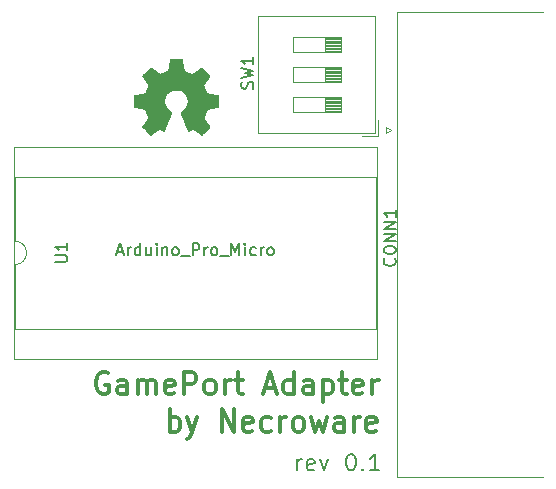
<source format=gbr>
%TF.GenerationSoftware,KiCad,Pcbnew,5.1.8*%
%TF.CreationDate,2021-01-07T17:22:46+01:00*%
%TF.ProjectId,gameport-adapter,67616d65-706f-4727-942d-616461707465,0.1*%
%TF.SameCoordinates,Original*%
%TF.FileFunction,Legend,Top*%
%TF.FilePolarity,Positive*%
%FSLAX46Y46*%
G04 Gerber Fmt 4.6, Leading zero omitted, Abs format (unit mm)*
G04 Created by KiCad (PCBNEW 5.1.8) date 2021-01-07 17:22:46*
%MOMM*%
%LPD*%
G01*
G04 APERTURE LIST*
%ADD10C,0.200000*%
%ADD11C,0.300000*%
%ADD12C,0.010000*%
%ADD13C,0.120000*%
%ADD14C,0.150000*%
G04 APERTURE END LIST*
D10*
X101341666Y-107313333D02*
X101341666Y-106380000D01*
X101341666Y-106646666D02*
X101408333Y-106513333D01*
X101475000Y-106446666D01*
X101608333Y-106380000D01*
X101741666Y-106380000D01*
X102741666Y-107246666D02*
X102608333Y-107313333D01*
X102341666Y-107313333D01*
X102208333Y-107246666D01*
X102141666Y-107113333D01*
X102141666Y-106580000D01*
X102208333Y-106446666D01*
X102341666Y-106380000D01*
X102608333Y-106380000D01*
X102741666Y-106446666D01*
X102808333Y-106580000D01*
X102808333Y-106713333D01*
X102141666Y-106846666D01*
X103275000Y-106380000D02*
X103608333Y-107313333D01*
X103941666Y-106380000D01*
X105808333Y-105913333D02*
X105941666Y-105913333D01*
X106075000Y-105980000D01*
X106141666Y-106046666D01*
X106208333Y-106180000D01*
X106275000Y-106446666D01*
X106275000Y-106780000D01*
X106208333Y-107046666D01*
X106141666Y-107180000D01*
X106075000Y-107246666D01*
X105941666Y-107313333D01*
X105808333Y-107313333D01*
X105675000Y-107246666D01*
X105608333Y-107180000D01*
X105541666Y-107046666D01*
X105475000Y-106780000D01*
X105475000Y-106446666D01*
X105541666Y-106180000D01*
X105608333Y-106046666D01*
X105675000Y-105980000D01*
X105808333Y-105913333D01*
X106875000Y-107180000D02*
X106941666Y-107246666D01*
X106875000Y-107313333D01*
X106808333Y-107246666D01*
X106875000Y-107180000D01*
X106875000Y-107313333D01*
X108275000Y-107313333D02*
X107475000Y-107313333D01*
X107875000Y-107313333D02*
X107875000Y-105913333D01*
X107741666Y-106113333D01*
X107608333Y-106246666D01*
X107475000Y-106313333D01*
D11*
X85332857Y-99075000D02*
X85161428Y-98984523D01*
X84904285Y-98984523D01*
X84647142Y-99075000D01*
X84475714Y-99255952D01*
X84390000Y-99436904D01*
X84304285Y-99798809D01*
X84304285Y-100070238D01*
X84390000Y-100432142D01*
X84475714Y-100613095D01*
X84647142Y-100794047D01*
X84904285Y-100884523D01*
X85075714Y-100884523D01*
X85332857Y-100794047D01*
X85418571Y-100703571D01*
X85418571Y-100070238D01*
X85075714Y-100070238D01*
X86961428Y-100884523D02*
X86961428Y-99889285D01*
X86875714Y-99708333D01*
X86704285Y-99617857D01*
X86361428Y-99617857D01*
X86190000Y-99708333D01*
X86961428Y-100794047D02*
X86790000Y-100884523D01*
X86361428Y-100884523D01*
X86190000Y-100794047D01*
X86104285Y-100613095D01*
X86104285Y-100432142D01*
X86190000Y-100251190D01*
X86361428Y-100160714D01*
X86790000Y-100160714D01*
X86961428Y-100070238D01*
X87818571Y-100884523D02*
X87818571Y-99617857D01*
X87818571Y-99798809D02*
X87904285Y-99708333D01*
X88075714Y-99617857D01*
X88332857Y-99617857D01*
X88504285Y-99708333D01*
X88590000Y-99889285D01*
X88590000Y-100884523D01*
X88590000Y-99889285D02*
X88675714Y-99708333D01*
X88847142Y-99617857D01*
X89104285Y-99617857D01*
X89275714Y-99708333D01*
X89361428Y-99889285D01*
X89361428Y-100884523D01*
X90904285Y-100794047D02*
X90732857Y-100884523D01*
X90390000Y-100884523D01*
X90218571Y-100794047D01*
X90132857Y-100613095D01*
X90132857Y-99889285D01*
X90218571Y-99708333D01*
X90390000Y-99617857D01*
X90732857Y-99617857D01*
X90904285Y-99708333D01*
X90990000Y-99889285D01*
X90990000Y-100070238D01*
X90132857Y-100251190D01*
X91761428Y-100884523D02*
X91761428Y-98984523D01*
X92447142Y-98984523D01*
X92618571Y-99075000D01*
X92704285Y-99165476D01*
X92790000Y-99346428D01*
X92790000Y-99617857D01*
X92704285Y-99798809D01*
X92618571Y-99889285D01*
X92447142Y-99979761D01*
X91761428Y-99979761D01*
X93818571Y-100884523D02*
X93647142Y-100794047D01*
X93561428Y-100703571D01*
X93475714Y-100522619D01*
X93475714Y-99979761D01*
X93561428Y-99798809D01*
X93647142Y-99708333D01*
X93818571Y-99617857D01*
X94075714Y-99617857D01*
X94247142Y-99708333D01*
X94332857Y-99798809D01*
X94418571Y-99979761D01*
X94418571Y-100522619D01*
X94332857Y-100703571D01*
X94247142Y-100794047D01*
X94075714Y-100884523D01*
X93818571Y-100884523D01*
X95190000Y-100884523D02*
X95190000Y-99617857D01*
X95190000Y-99979761D02*
X95275714Y-99798809D01*
X95361428Y-99708333D01*
X95532857Y-99617857D01*
X95704285Y-99617857D01*
X96047142Y-99617857D02*
X96732857Y-99617857D01*
X96304285Y-98984523D02*
X96304285Y-100613095D01*
X96390000Y-100794047D01*
X96561428Y-100884523D01*
X96732857Y-100884523D01*
X98618571Y-100341666D02*
X99475714Y-100341666D01*
X98447142Y-100884523D02*
X99047142Y-98984523D01*
X99647142Y-100884523D01*
X101018571Y-100884523D02*
X101018571Y-98984523D01*
X101018571Y-100794047D02*
X100847142Y-100884523D01*
X100504285Y-100884523D01*
X100332857Y-100794047D01*
X100247142Y-100703571D01*
X100161428Y-100522619D01*
X100161428Y-99979761D01*
X100247142Y-99798809D01*
X100332857Y-99708333D01*
X100504285Y-99617857D01*
X100847142Y-99617857D01*
X101018571Y-99708333D01*
X102647142Y-100884523D02*
X102647142Y-99889285D01*
X102561428Y-99708333D01*
X102390000Y-99617857D01*
X102047142Y-99617857D01*
X101875714Y-99708333D01*
X102647142Y-100794047D02*
X102475714Y-100884523D01*
X102047142Y-100884523D01*
X101875714Y-100794047D01*
X101790000Y-100613095D01*
X101790000Y-100432142D01*
X101875714Y-100251190D01*
X102047142Y-100160714D01*
X102475714Y-100160714D01*
X102647142Y-100070238D01*
X103504285Y-99617857D02*
X103504285Y-101517857D01*
X103504285Y-99708333D02*
X103675714Y-99617857D01*
X104018571Y-99617857D01*
X104190000Y-99708333D01*
X104275714Y-99798809D01*
X104361428Y-99979761D01*
X104361428Y-100522619D01*
X104275714Y-100703571D01*
X104190000Y-100794047D01*
X104018571Y-100884523D01*
X103675714Y-100884523D01*
X103504285Y-100794047D01*
X104875714Y-99617857D02*
X105561428Y-99617857D01*
X105132857Y-98984523D02*
X105132857Y-100613095D01*
X105218571Y-100794047D01*
X105390000Y-100884523D01*
X105561428Y-100884523D01*
X106847142Y-100794047D02*
X106675714Y-100884523D01*
X106332857Y-100884523D01*
X106161428Y-100794047D01*
X106075714Y-100613095D01*
X106075714Y-99889285D01*
X106161428Y-99708333D01*
X106332857Y-99617857D01*
X106675714Y-99617857D01*
X106847142Y-99708333D01*
X106932857Y-99889285D01*
X106932857Y-100070238D01*
X106075714Y-100251190D01*
X107704285Y-100884523D02*
X107704285Y-99617857D01*
X107704285Y-99979761D02*
X107790000Y-99798809D01*
X107875714Y-99708333D01*
X108047142Y-99617857D01*
X108218571Y-99617857D01*
X90561428Y-104034523D02*
X90561428Y-102134523D01*
X90561428Y-102858333D02*
X90732857Y-102767857D01*
X91075714Y-102767857D01*
X91247142Y-102858333D01*
X91332857Y-102948809D01*
X91418571Y-103129761D01*
X91418571Y-103672619D01*
X91332857Y-103853571D01*
X91247142Y-103944047D01*
X91075714Y-104034523D01*
X90732857Y-104034523D01*
X90561428Y-103944047D01*
X92018571Y-102767857D02*
X92447142Y-104034523D01*
X92875714Y-102767857D02*
X92447142Y-104034523D01*
X92275714Y-104486904D01*
X92190000Y-104577380D01*
X92018571Y-104667857D01*
X94932857Y-104034523D02*
X94932857Y-102134523D01*
X95961428Y-104034523D01*
X95961428Y-102134523D01*
X97504285Y-103944047D02*
X97332857Y-104034523D01*
X96990000Y-104034523D01*
X96818571Y-103944047D01*
X96732857Y-103763095D01*
X96732857Y-103039285D01*
X96818571Y-102858333D01*
X96990000Y-102767857D01*
X97332857Y-102767857D01*
X97504285Y-102858333D01*
X97590000Y-103039285D01*
X97590000Y-103220238D01*
X96732857Y-103401190D01*
X99132857Y-103944047D02*
X98961428Y-104034523D01*
X98618571Y-104034523D01*
X98447142Y-103944047D01*
X98361428Y-103853571D01*
X98275714Y-103672619D01*
X98275714Y-103129761D01*
X98361428Y-102948809D01*
X98447142Y-102858333D01*
X98618571Y-102767857D01*
X98961428Y-102767857D01*
X99132857Y-102858333D01*
X99904285Y-104034523D02*
X99904285Y-102767857D01*
X99904285Y-103129761D02*
X99990000Y-102948809D01*
X100075714Y-102858333D01*
X100247142Y-102767857D01*
X100418571Y-102767857D01*
X101275714Y-104034523D02*
X101104285Y-103944047D01*
X101018571Y-103853571D01*
X100932857Y-103672619D01*
X100932857Y-103129761D01*
X101018571Y-102948809D01*
X101104285Y-102858333D01*
X101275714Y-102767857D01*
X101532857Y-102767857D01*
X101704285Y-102858333D01*
X101790000Y-102948809D01*
X101875714Y-103129761D01*
X101875714Y-103672619D01*
X101790000Y-103853571D01*
X101704285Y-103944047D01*
X101532857Y-104034523D01*
X101275714Y-104034523D01*
X102475714Y-102767857D02*
X102818571Y-104034523D01*
X103161428Y-103129761D01*
X103504285Y-104034523D01*
X103847142Y-102767857D01*
X105304285Y-104034523D02*
X105304285Y-103039285D01*
X105218571Y-102858333D01*
X105047142Y-102767857D01*
X104704285Y-102767857D01*
X104532857Y-102858333D01*
X105304285Y-103944047D02*
X105132857Y-104034523D01*
X104704285Y-104034523D01*
X104532857Y-103944047D01*
X104447142Y-103763095D01*
X104447142Y-103582142D01*
X104532857Y-103401190D01*
X104704285Y-103310714D01*
X105132857Y-103310714D01*
X105304285Y-103220238D01*
X106161428Y-104034523D02*
X106161428Y-102767857D01*
X106161428Y-103129761D02*
X106247142Y-102948809D01*
X106332857Y-102858333D01*
X106504285Y-102767857D01*
X106675714Y-102767857D01*
X107961428Y-103944047D02*
X107790000Y-104034523D01*
X107447142Y-104034523D01*
X107275714Y-103944047D01*
X107190000Y-103763095D01*
X107190000Y-103039285D01*
X107275714Y-102858333D01*
X107447142Y-102767857D01*
X107790000Y-102767857D01*
X107961428Y-102858333D01*
X108047142Y-103039285D01*
X108047142Y-103220238D01*
X107190000Y-103401190D01*
D12*
%TO.C,G\u002A\u002A\u002A*%
G36*
X91540926Y-72520809D02*
G01*
X91544025Y-72524316D01*
X91546915Y-72528772D01*
X91549784Y-72535002D01*
X91552818Y-72543833D01*
X91556202Y-72556090D01*
X91560124Y-72572601D01*
X91564768Y-72594190D01*
X91570323Y-72621684D01*
X91576972Y-72655909D01*
X91584904Y-72697691D01*
X91594303Y-72747856D01*
X91604760Y-72804020D01*
X91622320Y-72898514D01*
X91638117Y-72983531D01*
X91652255Y-73059581D01*
X91664837Y-73127174D01*
X91675968Y-73186819D01*
X91685754Y-73239025D01*
X91694297Y-73284304D01*
X91701703Y-73323164D01*
X91708075Y-73356115D01*
X91713519Y-73383668D01*
X91718139Y-73406331D01*
X91722039Y-73424614D01*
X91725323Y-73439028D01*
X91728096Y-73450081D01*
X91730463Y-73458285D01*
X91732527Y-73464148D01*
X91734393Y-73468180D01*
X91736166Y-73470891D01*
X91737949Y-73472790D01*
X91739848Y-73474389D01*
X91741967Y-73476195D01*
X91742534Y-73476730D01*
X91750474Y-73481761D01*
X91766905Y-73490061D01*
X91790855Y-73501233D01*
X91821348Y-73514880D01*
X91857410Y-73530604D01*
X91898068Y-73548007D01*
X91942347Y-73566692D01*
X91989273Y-73586262D01*
X92037871Y-73606318D01*
X92087168Y-73626464D01*
X92136189Y-73646302D01*
X92183961Y-73665433D01*
X92229508Y-73683462D01*
X92271857Y-73699990D01*
X92310033Y-73714619D01*
X92343062Y-73726953D01*
X92369971Y-73736593D01*
X92389785Y-73743142D01*
X92401529Y-73746203D01*
X92403339Y-73746381D01*
X92416758Y-73744972D01*
X92430652Y-73739965D01*
X92447871Y-73730150D01*
X92459219Y-73722654D01*
X92472317Y-73713725D01*
X92493048Y-73699553D01*
X92520672Y-73680649D01*
X92554445Y-73657521D01*
X92593625Y-73630678D01*
X92637470Y-73600629D01*
X92685237Y-73567881D01*
X92736186Y-73532946D01*
X92789573Y-73496330D01*
X92844656Y-73458543D01*
X92900693Y-73420094D01*
X92956943Y-73381492D01*
X93012661Y-73343245D01*
X93022768Y-73336307D01*
X93059332Y-73311248D01*
X93093628Y-73287829D01*
X93124671Y-73266714D01*
X93151477Y-73248571D01*
X93173061Y-73234065D01*
X93188438Y-73223862D01*
X93196624Y-73218628D01*
X93197293Y-73218246D01*
X93202109Y-73215744D01*
X93206743Y-73213923D01*
X93211654Y-73213191D01*
X93217303Y-73213951D01*
X93224150Y-73216611D01*
X93232654Y-73221575D01*
X93243276Y-73229250D01*
X93256476Y-73240042D01*
X93272713Y-73254355D01*
X93292448Y-73272596D01*
X93316139Y-73295170D01*
X93344249Y-73322483D01*
X93377236Y-73354941D01*
X93415560Y-73392950D01*
X93459681Y-73436914D01*
X93510059Y-73487241D01*
X93567155Y-73544335D01*
X93568412Y-73545592D01*
X93624347Y-73601543D01*
X93673527Y-73650775D01*
X93716385Y-73693749D01*
X93753357Y-73730924D01*
X93784876Y-73762762D01*
X93811376Y-73789721D01*
X93833293Y-73812262D01*
X93851061Y-73830846D01*
X93865114Y-73845931D01*
X93875885Y-73857979D01*
X93883811Y-73867448D01*
X93889325Y-73874800D01*
X93892861Y-73880494D01*
X93894854Y-73884991D01*
X93895738Y-73888750D01*
X93895948Y-73892232D01*
X93895949Y-73892504D01*
X93895484Y-73896553D01*
X93893860Y-73901880D01*
X93890732Y-73909014D01*
X93885755Y-73918483D01*
X93878586Y-73930814D01*
X93868878Y-73946536D01*
X93856289Y-73966177D01*
X93840472Y-73990264D01*
X93821083Y-74019326D01*
X93797779Y-74053890D01*
X93770213Y-74094486D01*
X93738042Y-74141640D01*
X93700921Y-74195882D01*
X93658506Y-74257738D01*
X93639771Y-74285034D01*
X93601682Y-74340627D01*
X93565156Y-74394148D01*
X93530617Y-74444962D01*
X93498490Y-74492435D01*
X93469200Y-74535932D01*
X93443171Y-74574820D01*
X93420828Y-74608464D01*
X93402596Y-74636230D01*
X93388899Y-74657483D01*
X93380162Y-74671590D01*
X93376875Y-74677695D01*
X93372808Y-74700057D01*
X93374764Y-74713255D01*
X93377520Y-74720579D01*
X93383959Y-74736419D01*
X93393736Y-74759962D01*
X93406509Y-74790397D01*
X93421933Y-74826909D01*
X93439665Y-74868688D01*
X93459360Y-74914919D01*
X93480677Y-74964792D01*
X93503270Y-75017493D01*
X93514787Y-75044300D01*
X93542397Y-75108485D01*
X93566346Y-75163988D01*
X93586980Y-75211459D01*
X93604645Y-75251552D01*
X93619687Y-75284920D01*
X93632454Y-75312215D01*
X93643292Y-75334089D01*
X93652547Y-75351196D01*
X93660566Y-75364187D01*
X93667695Y-75373716D01*
X93674281Y-75380434D01*
X93680670Y-75384995D01*
X93687208Y-75388052D01*
X93694243Y-75390256D01*
X93699131Y-75391512D01*
X93707482Y-75393278D01*
X93724901Y-75396708D01*
X93750461Y-75401626D01*
X93783237Y-75407857D01*
X93822304Y-75415227D01*
X93866735Y-75423562D01*
X93915606Y-75432687D01*
X93967990Y-75442427D01*
X94022963Y-75452607D01*
X94025720Y-75453117D01*
X94112008Y-75469054D01*
X94188864Y-75483239D01*
X94256840Y-75495789D01*
X94316491Y-75506816D01*
X94368370Y-75516437D01*
X94413032Y-75524766D01*
X94451030Y-75531917D01*
X94482918Y-75538007D01*
X94509249Y-75543149D01*
X94530579Y-75547459D01*
X94547461Y-75551051D01*
X94560448Y-75554041D01*
X94570094Y-75556542D01*
X94576954Y-75558671D01*
X94581581Y-75560542D01*
X94584530Y-75562270D01*
X94586353Y-75563969D01*
X94587605Y-75565755D01*
X94588840Y-75567742D01*
X94590612Y-75570046D01*
X94590870Y-75570330D01*
X94604840Y-75585480D01*
X94604840Y-76044901D01*
X94604799Y-76131151D01*
X94604673Y-76207617D01*
X94604459Y-76274670D01*
X94604151Y-76332686D01*
X94603744Y-76382039D01*
X94603235Y-76423101D01*
X94602618Y-76456249D01*
X94601888Y-76481854D01*
X94601043Y-76500293D01*
X94600076Y-76511937D01*
X94599056Y-76517016D01*
X94590385Y-76528076D01*
X94577592Y-76536962D01*
X94577466Y-76537021D01*
X94569371Y-76539403D01*
X94552334Y-76543380D01*
X94527411Y-76548740D01*
X94495657Y-76555267D01*
X94458128Y-76562749D01*
X94415880Y-76570973D01*
X94369969Y-76579723D01*
X94322900Y-76588520D01*
X94225957Y-76606467D01*
X94136755Y-76622992D01*
X94055519Y-76638055D01*
X93982473Y-76651611D01*
X93917842Y-76663621D01*
X93861851Y-76674042D01*
X93814724Y-76682833D01*
X93776687Y-76689951D01*
X93747963Y-76695354D01*
X93728777Y-76699001D01*
X93719354Y-76700851D01*
X93719272Y-76700868D01*
X93712406Y-76702411D01*
X93706181Y-76704383D01*
X93700288Y-76707413D01*
X93694420Y-76712127D01*
X93688272Y-76719152D01*
X93681535Y-76729114D01*
X93673902Y-76742641D01*
X93665066Y-76760359D01*
X93654721Y-76782896D01*
X93642559Y-76810877D01*
X93628273Y-76844930D01*
X93611556Y-76885682D01*
X93592101Y-76933759D01*
X93569600Y-76989789D01*
X93543747Y-77054397D01*
X93533445Y-77080165D01*
X93506852Y-77146755D01*
X93483833Y-77204576D01*
X93464149Y-77254274D01*
X93447561Y-77296495D01*
X93433828Y-77331886D01*
X93422709Y-77361095D01*
X93413967Y-77384768D01*
X93407360Y-77403552D01*
X93402648Y-77418093D01*
X93399592Y-77429038D01*
X93397952Y-77437035D01*
X93397488Y-77442729D01*
X93397779Y-77445936D01*
X93401267Y-77453704D01*
X93410292Y-77469222D01*
X93424896Y-77492555D01*
X93445122Y-77523767D01*
X93471011Y-77562921D01*
X93502606Y-77610082D01*
X93539949Y-77665312D01*
X93583083Y-77728676D01*
X93632049Y-77800238D01*
X93647588Y-77822885D01*
X93684842Y-77877270D01*
X93720453Y-77929487D01*
X93753995Y-77978899D01*
X93785044Y-78024870D01*
X93813174Y-78066763D01*
X93837960Y-78103940D01*
X93858977Y-78135764D01*
X93875799Y-78161600D01*
X93888003Y-78180808D01*
X93895161Y-78192753D01*
X93896953Y-78196496D01*
X93895889Y-78214284D01*
X93889327Y-78228218D01*
X93884463Y-78233862D01*
X93873011Y-78245983D01*
X93855603Y-78263949D01*
X93832875Y-78287130D01*
X93805463Y-78314894D01*
X93774000Y-78346611D01*
X93739121Y-78381648D01*
X93701461Y-78419376D01*
X93661656Y-78459162D01*
X93620339Y-78500376D01*
X93578146Y-78542386D01*
X93535712Y-78584562D01*
X93493671Y-78626273D01*
X93452658Y-78666886D01*
X93413308Y-78705772D01*
X93376255Y-78742298D01*
X93342135Y-78775835D01*
X93311583Y-78805750D01*
X93285232Y-78831412D01*
X93263719Y-78852191D01*
X93247677Y-78867456D01*
X93237742Y-78876574D01*
X93234815Y-78878933D01*
X93230669Y-78880838D01*
X93225909Y-78881740D01*
X93219993Y-78881303D01*
X93212379Y-78879194D01*
X93202526Y-78875077D01*
X93189891Y-78868619D01*
X93173932Y-78859486D01*
X93154107Y-78847342D01*
X93129875Y-78831854D01*
X93100694Y-78812687D01*
X93066021Y-78789506D01*
X93025315Y-78761978D01*
X92978034Y-78729767D01*
X92923636Y-78692540D01*
X92861578Y-78649962D01*
X92842434Y-78636815D01*
X92779852Y-78593842D01*
X92725075Y-78556269D01*
X92677543Y-78523735D01*
X92636693Y-78495879D01*
X92601964Y-78472337D01*
X92572794Y-78452749D01*
X92548621Y-78436752D01*
X92528885Y-78423985D01*
X92513022Y-78414085D01*
X92500472Y-78406691D01*
X92490672Y-78401441D01*
X92483061Y-78397973D01*
X92477077Y-78395926D01*
X92472159Y-78394936D01*
X92467745Y-78394643D01*
X92466514Y-78394637D01*
X92459319Y-78395155D01*
X92450916Y-78396970D01*
X92440316Y-78400546D01*
X92426529Y-78406345D01*
X92408568Y-78414830D01*
X92385442Y-78426465D01*
X92356163Y-78441711D01*
X92319741Y-78461032D01*
X92285820Y-78479184D01*
X92240463Y-78503390D01*
X92203096Y-78522983D01*
X92172842Y-78538306D01*
X92148823Y-78549705D01*
X92130161Y-78557524D01*
X92115979Y-78562109D01*
X92105400Y-78563804D01*
X92097545Y-78562955D01*
X92091537Y-78559906D01*
X92088166Y-78556866D01*
X92085167Y-78551085D01*
X92078582Y-78536509D01*
X92068661Y-78513742D01*
X92055654Y-78483391D01*
X92039810Y-78446059D01*
X92021379Y-78402354D01*
X92000610Y-78352880D01*
X91977754Y-78298244D01*
X91953060Y-78239051D01*
X91926778Y-78175906D01*
X91899157Y-78109415D01*
X91870447Y-78040184D01*
X91840898Y-77968817D01*
X91810759Y-77895922D01*
X91780281Y-77822103D01*
X91749712Y-77747966D01*
X91719303Y-77674116D01*
X91689304Y-77601159D01*
X91659963Y-77529701D01*
X91631531Y-77460347D01*
X91604257Y-77393703D01*
X91578391Y-77330375D01*
X91554183Y-77270967D01*
X91531882Y-77216086D01*
X91511739Y-77166337D01*
X91494002Y-77122326D01*
X91478922Y-77084657D01*
X91466748Y-77053938D01*
X91457730Y-77030773D01*
X91452117Y-77015769D01*
X91450160Y-77009529D01*
X91450159Y-77009510D01*
X91451960Y-76996320D01*
X91458261Y-76984420D01*
X91470409Y-76972321D01*
X91489751Y-76958537D01*
X91504807Y-76949178D01*
X91518794Y-76940625D01*
X91532193Y-76932083D01*
X91546280Y-76922646D01*
X91562333Y-76911405D01*
X91581629Y-76897455D01*
X91605445Y-76879888D01*
X91635057Y-76857796D01*
X91663520Y-76836452D01*
X91701981Y-76805209D01*
X91742810Y-76767924D01*
X91783269Y-76727341D01*
X91820621Y-76686203D01*
X91851514Y-76648069D01*
X91908085Y-76564629D01*
X91955282Y-76477326D01*
X91993023Y-76386405D01*
X92021225Y-76292116D01*
X92039807Y-76194704D01*
X92048685Y-76094418D01*
X92049500Y-76054210D01*
X92044734Y-75955266D01*
X92030445Y-75858827D01*
X92007059Y-75765416D01*
X91975003Y-75675555D01*
X91934704Y-75589768D01*
X91886589Y-75508577D01*
X91831083Y-75432507D01*
X91768614Y-75362079D01*
X91699607Y-75297818D01*
X91624491Y-75240246D01*
X91543691Y-75189886D01*
X91457633Y-75147262D01*
X91366745Y-75112897D01*
X91271453Y-75087313D01*
X91258872Y-75084681D01*
X91161079Y-75069831D01*
X91064250Y-75064757D01*
X90968910Y-75069085D01*
X90875581Y-75082441D01*
X90784786Y-75104451D01*
X90697049Y-75134740D01*
X90612893Y-75172934D01*
X90532841Y-75218660D01*
X90457417Y-75271543D01*
X90387143Y-75331209D01*
X90322544Y-75397283D01*
X90264141Y-75469392D01*
X90212460Y-75547161D01*
X90168022Y-75630217D01*
X90131351Y-75718184D01*
X90102971Y-75810690D01*
X90083405Y-75907359D01*
X90080586Y-75927229D01*
X90077235Y-75961921D01*
X90075236Y-76002933D01*
X90074548Y-76047637D01*
X90075128Y-76093409D01*
X90076934Y-76137621D01*
X90079923Y-76177648D01*
X90084053Y-76210864D01*
X90085272Y-76217869D01*
X90108620Y-76318129D01*
X90140057Y-76412515D01*
X90179839Y-76501627D01*
X90228223Y-76586060D01*
X90266962Y-76642183D01*
X90293051Y-76674858D01*
X90324884Y-76710735D01*
X90360115Y-76747446D01*
X90396395Y-76782620D01*
X90431377Y-76813891D01*
X90459560Y-76836549D01*
X90495411Y-76863328D01*
X90524550Y-76884898D01*
X90548335Y-76902225D01*
X90568126Y-76916271D01*
X90585280Y-76927999D01*
X90601158Y-76938373D01*
X90617117Y-76948355D01*
X90618452Y-76949174D01*
X90642301Y-76964610D01*
X90658284Y-76977328D01*
X90667765Y-76988858D01*
X90672110Y-77000729D01*
X90672825Y-77010120D01*
X90670906Y-77016158D01*
X90665333Y-77030971D01*
X90656356Y-77053951D01*
X90644224Y-77084493D01*
X90629188Y-77121991D01*
X90611498Y-77165838D01*
X90591402Y-77215428D01*
X90569151Y-77270156D01*
X90544995Y-77329415D01*
X90519183Y-77392598D01*
X90491965Y-77459100D01*
X90463592Y-77528315D01*
X90434312Y-77599637D01*
X90404375Y-77672459D01*
X90374032Y-77746175D01*
X90343533Y-77820179D01*
X90313126Y-77893866D01*
X90283061Y-77966628D01*
X90253590Y-78037859D01*
X90224960Y-78106955D01*
X90197423Y-78173308D01*
X90171227Y-78236312D01*
X90146623Y-78295361D01*
X90123861Y-78349849D01*
X90103189Y-78399171D01*
X90084859Y-78442719D01*
X90069120Y-78479887D01*
X90056221Y-78510070D01*
X90046412Y-78532662D01*
X90039944Y-78547055D01*
X90037250Y-78552406D01*
X90032559Y-78558282D01*
X90026910Y-78562137D01*
X90019432Y-78563654D01*
X90009257Y-78562512D01*
X89995513Y-78558391D01*
X89977332Y-78550973D01*
X89953844Y-78539938D01*
X89924178Y-78524966D01*
X89887466Y-78505739D01*
X89842836Y-78481936D01*
X89837335Y-78478986D01*
X89792095Y-78454717D01*
X89754783Y-78434917D01*
X89724327Y-78419349D01*
X89699651Y-78407775D01*
X89679684Y-78399956D01*
X89663349Y-78395653D01*
X89649574Y-78394628D01*
X89637285Y-78396643D01*
X89625408Y-78401459D01*
X89612868Y-78408838D01*
X89598592Y-78418541D01*
X89590480Y-78424181D01*
X89493933Y-78490961D01*
X89405486Y-78551989D01*
X89324952Y-78607391D01*
X89252143Y-78657292D01*
X89186871Y-78701819D01*
X89128949Y-78741096D01*
X89078190Y-78775249D01*
X89034407Y-78804405D01*
X88997410Y-78828688D01*
X88967015Y-78848224D01*
X88943032Y-78863139D01*
X88925274Y-78873559D01*
X88913554Y-78879608D01*
X88908257Y-78881403D01*
X88888574Y-78883427D01*
X88555724Y-78550577D01*
X88499351Y-78494199D01*
X88449737Y-78444551D01*
X88406453Y-78401179D01*
X88369072Y-78363628D01*
X88337168Y-78331446D01*
X88310312Y-78304178D01*
X88288079Y-78281370D01*
X88270039Y-78262570D01*
X88255767Y-78247321D01*
X88244835Y-78235172D01*
X88236816Y-78225668D01*
X88231282Y-78218356D01*
X88227807Y-78212781D01*
X88225963Y-78208490D01*
X88225323Y-78205028D01*
X88225459Y-78201943D01*
X88225741Y-78200053D01*
X88228635Y-78193145D01*
X88236192Y-78179763D01*
X88248548Y-78159701D01*
X88265840Y-78132755D01*
X88288204Y-78098718D01*
X88315774Y-78057387D01*
X88348688Y-78008555D01*
X88387080Y-77952018D01*
X88431087Y-77887569D01*
X88473829Y-77825221D01*
X88516184Y-77763392D01*
X88555512Y-77705706D01*
X88591503Y-77652627D01*
X88623850Y-77604617D01*
X88652244Y-77562141D01*
X88676377Y-77525661D01*
X88695942Y-77495641D01*
X88710629Y-77472543D01*
X88720132Y-77456831D01*
X88724141Y-77448969D01*
X88724185Y-77448818D01*
X88725014Y-77444837D01*
X88725265Y-77440221D01*
X88724693Y-77434302D01*
X88723055Y-77426411D01*
X88720108Y-77415881D01*
X88715606Y-77402043D01*
X88709307Y-77384229D01*
X88700966Y-77361772D01*
X88690340Y-77334002D01*
X88677185Y-77300251D01*
X88661257Y-77259852D01*
X88642313Y-77212136D01*
X88620107Y-77156436D01*
X88594398Y-77092082D01*
X88589958Y-77080975D01*
X88562783Y-77013025D01*
X88539074Y-76953883D01*
X88518522Y-76902922D01*
X88500822Y-76859514D01*
X88485666Y-76823034D01*
X88472747Y-76792855D01*
X88461760Y-76768350D01*
X88452396Y-76748892D01*
X88444349Y-76733855D01*
X88437312Y-76722612D01*
X88430979Y-76714537D01*
X88425042Y-76709002D01*
X88419195Y-76705382D01*
X88413131Y-76703049D01*
X88406544Y-76701377D01*
X88403807Y-76700778D01*
X88396708Y-76699389D01*
X88380383Y-76696287D01*
X88355595Y-76691616D01*
X88323109Y-76685517D01*
X88283687Y-76678133D01*
X88238092Y-76669607D01*
X88187088Y-76660083D01*
X88131439Y-76649702D01*
X88071907Y-76638607D01*
X88009256Y-76626942D01*
X87970034Y-76619644D01*
X87905952Y-76607669D01*
X87844601Y-76596097D01*
X87786737Y-76585078D01*
X87733115Y-76574759D01*
X87684489Y-76565290D01*
X87641616Y-76556820D01*
X87605251Y-76549497D01*
X87576148Y-76543470D01*
X87555064Y-76538887D01*
X87542753Y-76535898D01*
X87539865Y-76534916D01*
X87529171Y-76524859D01*
X87523681Y-76516264D01*
X87522617Y-76509570D01*
X87521674Y-76494308D01*
X87520850Y-76470300D01*
X87520143Y-76437370D01*
X87519551Y-76395340D01*
X87519071Y-76344032D01*
X87518702Y-76283269D01*
X87518442Y-76212875D01*
X87518289Y-76132671D01*
X87518240Y-76044901D01*
X87518240Y-75585480D01*
X87532210Y-75570307D01*
X87534747Y-75567658D01*
X87537636Y-75565212D01*
X87541509Y-75562832D01*
X87547000Y-75560385D01*
X87554739Y-75557736D01*
X87565361Y-75554749D01*
X87579498Y-75551290D01*
X87597783Y-75547225D01*
X87620848Y-75542419D01*
X87649326Y-75536736D01*
X87683849Y-75530042D01*
X87725051Y-75522203D01*
X87773565Y-75513083D01*
X87830022Y-75502549D01*
X87895055Y-75490464D01*
X87969298Y-75476694D01*
X87988076Y-75473213D01*
X88053926Y-75460958D01*
X88117093Y-75449112D01*
X88176838Y-75437817D01*
X88232421Y-75427217D01*
X88283103Y-75417457D01*
X88328146Y-75408681D01*
X88366810Y-75401032D01*
X88398357Y-75394655D01*
X88422046Y-75389692D01*
X88437140Y-75386289D01*
X88442748Y-75384686D01*
X88455789Y-75376087D01*
X88464089Y-75368615D01*
X88467324Y-75362650D01*
X88474139Y-75348270D01*
X88484132Y-75326407D01*
X88496897Y-75297992D01*
X88512030Y-75263957D01*
X88529128Y-75225232D01*
X88547787Y-75182751D01*
X88567603Y-75137443D01*
X88588171Y-75090240D01*
X88609088Y-75042074D01*
X88629949Y-74993877D01*
X88650351Y-74946579D01*
X88669890Y-74901112D01*
X88688162Y-74858407D01*
X88704762Y-74819397D01*
X88719286Y-74785011D01*
X88731332Y-74756183D01*
X88740494Y-74733842D01*
X88746369Y-74718921D01*
X88748348Y-74713255D01*
X88749801Y-74692428D01*
X88746170Y-74677572D01*
X88742334Y-74670534D01*
X88733149Y-74655770D01*
X88719040Y-74633916D01*
X88700433Y-74605604D01*
X88677752Y-74571470D01*
X88651421Y-74532149D01*
X88621867Y-74488275D01*
X88589512Y-74440482D01*
X88554783Y-74389405D01*
X88518104Y-74335678D01*
X88483274Y-74284852D01*
X88438611Y-74219755D01*
X88399382Y-74162487D01*
X88365244Y-74112521D01*
X88335852Y-74069327D01*
X88310861Y-74032380D01*
X88289928Y-74001151D01*
X88272707Y-73975112D01*
X88258855Y-73953736D01*
X88248027Y-73936495D01*
X88239878Y-73922863D01*
X88234065Y-73912310D01*
X88230243Y-73904310D01*
X88228067Y-73898335D01*
X88227193Y-73893857D01*
X88227130Y-73892444D01*
X88227310Y-73888970D01*
X88228140Y-73885245D01*
X88230053Y-73880808D01*
X88233485Y-73875199D01*
X88238869Y-73867958D01*
X88246639Y-73858626D01*
X88257232Y-73846743D01*
X88271079Y-73831848D01*
X88288617Y-73813481D01*
X88310279Y-73791183D01*
X88336499Y-73764494D01*
X88367712Y-73732953D01*
X88404353Y-73696101D01*
X88446855Y-73653478D01*
X88495653Y-73604623D01*
X88551182Y-73549077D01*
X88554667Y-73545592D01*
X88612008Y-73488240D01*
X88662613Y-73437656D01*
X88706945Y-73393442D01*
X88745469Y-73355200D01*
X88778648Y-73322530D01*
X88806947Y-73295034D01*
X88830830Y-73272313D01*
X88850761Y-73253969D01*
X88867205Y-73239603D01*
X88880624Y-73228815D01*
X88891484Y-73221208D01*
X88900248Y-73216382D01*
X88907381Y-73213938D01*
X88913346Y-73213479D01*
X88918609Y-73214605D01*
X88923632Y-73216918D01*
X88928880Y-73220018D01*
X88931668Y-73221700D01*
X88938252Y-73225988D01*
X88952582Y-73235602D01*
X88974032Y-73250112D01*
X89001974Y-73269091D01*
X89035779Y-73292110D01*
X89074820Y-73318742D01*
X89118471Y-73348558D01*
X89166102Y-73381130D01*
X89217087Y-73416030D01*
X89270798Y-73452830D01*
X89323469Y-73488950D01*
X89388327Y-73533429D01*
X89445356Y-73572492D01*
X89495097Y-73606488D01*
X89538085Y-73635767D01*
X89574860Y-73660678D01*
X89605960Y-73681569D01*
X89631922Y-73698791D01*
X89653286Y-73712691D01*
X89670588Y-73723621D01*
X89684368Y-73731927D01*
X89695163Y-73737961D01*
X89703512Y-73742071D01*
X89709952Y-73744605D01*
X89715021Y-73745915D01*
X89719259Y-73746347D01*
X89720163Y-73746359D01*
X89726963Y-73745437D01*
X89737998Y-73742527D01*
X89753832Y-73737413D01*
X89775028Y-73729881D01*
X89802148Y-73719714D01*
X89835756Y-73706699D01*
X89876415Y-73690618D01*
X89924688Y-73671258D01*
X89981137Y-73648403D01*
X90046327Y-73621837D01*
X90053613Y-73618860D01*
X90118280Y-73592388D01*
X90174167Y-73569389D01*
X90221926Y-73549555D01*
X90262209Y-73532580D01*
X90295666Y-73518155D01*
X90322949Y-73505973D01*
X90344708Y-73495726D01*
X90361596Y-73487107D01*
X90374262Y-73479809D01*
X90383359Y-73473522D01*
X90389537Y-73467941D01*
X90393448Y-73462756D01*
X90395743Y-73457662D01*
X90395899Y-73457175D01*
X90397176Y-73451104D01*
X90400171Y-73435764D01*
X90404748Y-73411872D01*
X90410772Y-73380150D01*
X90418107Y-73341316D01*
X90426619Y-73296091D01*
X90436171Y-73245192D01*
X90446627Y-73189341D01*
X90457854Y-73129257D01*
X90469715Y-73065659D01*
X90482075Y-72999266D01*
X90482486Y-72997060D01*
X90494864Y-72930567D01*
X90506751Y-72866831D01*
X90518011Y-72806572D01*
X90528509Y-72750512D01*
X90538108Y-72699372D01*
X90546673Y-72653873D01*
X90554068Y-72614735D01*
X90560158Y-72582680D01*
X90564806Y-72558430D01*
X90567877Y-72542705D01*
X90569235Y-72536227D01*
X90569248Y-72536182D01*
X90574987Y-72526964D01*
X90585005Y-72517132D01*
X90587401Y-72515378D01*
X90590270Y-72513835D01*
X90594243Y-72512490D01*
X90599949Y-72511330D01*
X90608021Y-72510340D01*
X90619088Y-72509508D01*
X90633783Y-72508819D01*
X90652735Y-72508260D01*
X90676575Y-72507818D01*
X90705936Y-72507478D01*
X90741447Y-72507228D01*
X90783739Y-72507054D01*
X90833443Y-72506941D01*
X90891190Y-72506877D01*
X90957611Y-72506848D01*
X91033337Y-72506840D01*
X91527141Y-72506840D01*
X91540926Y-72520809D01*
G37*
X91540926Y-72520809D02*
X91544025Y-72524316D01*
X91546915Y-72528772D01*
X91549784Y-72535002D01*
X91552818Y-72543833D01*
X91556202Y-72556090D01*
X91560124Y-72572601D01*
X91564768Y-72594190D01*
X91570323Y-72621684D01*
X91576972Y-72655909D01*
X91584904Y-72697691D01*
X91594303Y-72747856D01*
X91604760Y-72804020D01*
X91622320Y-72898514D01*
X91638117Y-72983531D01*
X91652255Y-73059581D01*
X91664837Y-73127174D01*
X91675968Y-73186819D01*
X91685754Y-73239025D01*
X91694297Y-73284304D01*
X91701703Y-73323164D01*
X91708075Y-73356115D01*
X91713519Y-73383668D01*
X91718139Y-73406331D01*
X91722039Y-73424614D01*
X91725323Y-73439028D01*
X91728096Y-73450081D01*
X91730463Y-73458285D01*
X91732527Y-73464148D01*
X91734393Y-73468180D01*
X91736166Y-73470891D01*
X91737949Y-73472790D01*
X91739848Y-73474389D01*
X91741967Y-73476195D01*
X91742534Y-73476730D01*
X91750474Y-73481761D01*
X91766905Y-73490061D01*
X91790855Y-73501233D01*
X91821348Y-73514880D01*
X91857410Y-73530604D01*
X91898068Y-73548007D01*
X91942347Y-73566692D01*
X91989273Y-73586262D01*
X92037871Y-73606318D01*
X92087168Y-73626464D01*
X92136189Y-73646302D01*
X92183961Y-73665433D01*
X92229508Y-73683462D01*
X92271857Y-73699990D01*
X92310033Y-73714619D01*
X92343062Y-73726953D01*
X92369971Y-73736593D01*
X92389785Y-73743142D01*
X92401529Y-73746203D01*
X92403339Y-73746381D01*
X92416758Y-73744972D01*
X92430652Y-73739965D01*
X92447871Y-73730150D01*
X92459219Y-73722654D01*
X92472317Y-73713725D01*
X92493048Y-73699553D01*
X92520672Y-73680649D01*
X92554445Y-73657521D01*
X92593625Y-73630678D01*
X92637470Y-73600629D01*
X92685237Y-73567881D01*
X92736186Y-73532946D01*
X92789573Y-73496330D01*
X92844656Y-73458543D01*
X92900693Y-73420094D01*
X92956943Y-73381492D01*
X93012661Y-73343245D01*
X93022768Y-73336307D01*
X93059332Y-73311248D01*
X93093628Y-73287829D01*
X93124671Y-73266714D01*
X93151477Y-73248571D01*
X93173061Y-73234065D01*
X93188438Y-73223862D01*
X93196624Y-73218628D01*
X93197293Y-73218246D01*
X93202109Y-73215744D01*
X93206743Y-73213923D01*
X93211654Y-73213191D01*
X93217303Y-73213951D01*
X93224150Y-73216611D01*
X93232654Y-73221575D01*
X93243276Y-73229250D01*
X93256476Y-73240042D01*
X93272713Y-73254355D01*
X93292448Y-73272596D01*
X93316139Y-73295170D01*
X93344249Y-73322483D01*
X93377236Y-73354941D01*
X93415560Y-73392950D01*
X93459681Y-73436914D01*
X93510059Y-73487241D01*
X93567155Y-73544335D01*
X93568412Y-73545592D01*
X93624347Y-73601543D01*
X93673527Y-73650775D01*
X93716385Y-73693749D01*
X93753357Y-73730924D01*
X93784876Y-73762762D01*
X93811376Y-73789721D01*
X93833293Y-73812262D01*
X93851061Y-73830846D01*
X93865114Y-73845931D01*
X93875885Y-73857979D01*
X93883811Y-73867448D01*
X93889325Y-73874800D01*
X93892861Y-73880494D01*
X93894854Y-73884991D01*
X93895738Y-73888750D01*
X93895948Y-73892232D01*
X93895949Y-73892504D01*
X93895484Y-73896553D01*
X93893860Y-73901880D01*
X93890732Y-73909014D01*
X93885755Y-73918483D01*
X93878586Y-73930814D01*
X93868878Y-73946536D01*
X93856289Y-73966177D01*
X93840472Y-73990264D01*
X93821083Y-74019326D01*
X93797779Y-74053890D01*
X93770213Y-74094486D01*
X93738042Y-74141640D01*
X93700921Y-74195882D01*
X93658506Y-74257738D01*
X93639771Y-74285034D01*
X93601682Y-74340627D01*
X93565156Y-74394148D01*
X93530617Y-74444962D01*
X93498490Y-74492435D01*
X93469200Y-74535932D01*
X93443171Y-74574820D01*
X93420828Y-74608464D01*
X93402596Y-74636230D01*
X93388899Y-74657483D01*
X93380162Y-74671590D01*
X93376875Y-74677695D01*
X93372808Y-74700057D01*
X93374764Y-74713255D01*
X93377520Y-74720579D01*
X93383959Y-74736419D01*
X93393736Y-74759962D01*
X93406509Y-74790397D01*
X93421933Y-74826909D01*
X93439665Y-74868688D01*
X93459360Y-74914919D01*
X93480677Y-74964792D01*
X93503270Y-75017493D01*
X93514787Y-75044300D01*
X93542397Y-75108485D01*
X93566346Y-75163988D01*
X93586980Y-75211459D01*
X93604645Y-75251552D01*
X93619687Y-75284920D01*
X93632454Y-75312215D01*
X93643292Y-75334089D01*
X93652547Y-75351196D01*
X93660566Y-75364187D01*
X93667695Y-75373716D01*
X93674281Y-75380434D01*
X93680670Y-75384995D01*
X93687208Y-75388052D01*
X93694243Y-75390256D01*
X93699131Y-75391512D01*
X93707482Y-75393278D01*
X93724901Y-75396708D01*
X93750461Y-75401626D01*
X93783237Y-75407857D01*
X93822304Y-75415227D01*
X93866735Y-75423562D01*
X93915606Y-75432687D01*
X93967990Y-75442427D01*
X94022963Y-75452607D01*
X94025720Y-75453117D01*
X94112008Y-75469054D01*
X94188864Y-75483239D01*
X94256840Y-75495789D01*
X94316491Y-75506816D01*
X94368370Y-75516437D01*
X94413032Y-75524766D01*
X94451030Y-75531917D01*
X94482918Y-75538007D01*
X94509249Y-75543149D01*
X94530579Y-75547459D01*
X94547461Y-75551051D01*
X94560448Y-75554041D01*
X94570094Y-75556542D01*
X94576954Y-75558671D01*
X94581581Y-75560542D01*
X94584530Y-75562270D01*
X94586353Y-75563969D01*
X94587605Y-75565755D01*
X94588840Y-75567742D01*
X94590612Y-75570046D01*
X94590870Y-75570330D01*
X94604840Y-75585480D01*
X94604840Y-76044901D01*
X94604799Y-76131151D01*
X94604673Y-76207617D01*
X94604459Y-76274670D01*
X94604151Y-76332686D01*
X94603744Y-76382039D01*
X94603235Y-76423101D01*
X94602618Y-76456249D01*
X94601888Y-76481854D01*
X94601043Y-76500293D01*
X94600076Y-76511937D01*
X94599056Y-76517016D01*
X94590385Y-76528076D01*
X94577592Y-76536962D01*
X94577466Y-76537021D01*
X94569371Y-76539403D01*
X94552334Y-76543380D01*
X94527411Y-76548740D01*
X94495657Y-76555267D01*
X94458128Y-76562749D01*
X94415880Y-76570973D01*
X94369969Y-76579723D01*
X94322900Y-76588520D01*
X94225957Y-76606467D01*
X94136755Y-76622992D01*
X94055519Y-76638055D01*
X93982473Y-76651611D01*
X93917842Y-76663621D01*
X93861851Y-76674042D01*
X93814724Y-76682833D01*
X93776687Y-76689951D01*
X93747963Y-76695354D01*
X93728777Y-76699001D01*
X93719354Y-76700851D01*
X93719272Y-76700868D01*
X93712406Y-76702411D01*
X93706181Y-76704383D01*
X93700288Y-76707413D01*
X93694420Y-76712127D01*
X93688272Y-76719152D01*
X93681535Y-76729114D01*
X93673902Y-76742641D01*
X93665066Y-76760359D01*
X93654721Y-76782896D01*
X93642559Y-76810877D01*
X93628273Y-76844930D01*
X93611556Y-76885682D01*
X93592101Y-76933759D01*
X93569600Y-76989789D01*
X93543747Y-77054397D01*
X93533445Y-77080165D01*
X93506852Y-77146755D01*
X93483833Y-77204576D01*
X93464149Y-77254274D01*
X93447561Y-77296495D01*
X93433828Y-77331886D01*
X93422709Y-77361095D01*
X93413967Y-77384768D01*
X93407360Y-77403552D01*
X93402648Y-77418093D01*
X93399592Y-77429038D01*
X93397952Y-77437035D01*
X93397488Y-77442729D01*
X93397779Y-77445936D01*
X93401267Y-77453704D01*
X93410292Y-77469222D01*
X93424896Y-77492555D01*
X93445122Y-77523767D01*
X93471011Y-77562921D01*
X93502606Y-77610082D01*
X93539949Y-77665312D01*
X93583083Y-77728676D01*
X93632049Y-77800238D01*
X93647588Y-77822885D01*
X93684842Y-77877270D01*
X93720453Y-77929487D01*
X93753995Y-77978899D01*
X93785044Y-78024870D01*
X93813174Y-78066763D01*
X93837960Y-78103940D01*
X93858977Y-78135764D01*
X93875799Y-78161600D01*
X93888003Y-78180808D01*
X93895161Y-78192753D01*
X93896953Y-78196496D01*
X93895889Y-78214284D01*
X93889327Y-78228218D01*
X93884463Y-78233862D01*
X93873011Y-78245983D01*
X93855603Y-78263949D01*
X93832875Y-78287130D01*
X93805463Y-78314894D01*
X93774000Y-78346611D01*
X93739121Y-78381648D01*
X93701461Y-78419376D01*
X93661656Y-78459162D01*
X93620339Y-78500376D01*
X93578146Y-78542386D01*
X93535712Y-78584562D01*
X93493671Y-78626273D01*
X93452658Y-78666886D01*
X93413308Y-78705772D01*
X93376255Y-78742298D01*
X93342135Y-78775835D01*
X93311583Y-78805750D01*
X93285232Y-78831412D01*
X93263719Y-78852191D01*
X93247677Y-78867456D01*
X93237742Y-78876574D01*
X93234815Y-78878933D01*
X93230669Y-78880838D01*
X93225909Y-78881740D01*
X93219993Y-78881303D01*
X93212379Y-78879194D01*
X93202526Y-78875077D01*
X93189891Y-78868619D01*
X93173932Y-78859486D01*
X93154107Y-78847342D01*
X93129875Y-78831854D01*
X93100694Y-78812687D01*
X93066021Y-78789506D01*
X93025315Y-78761978D01*
X92978034Y-78729767D01*
X92923636Y-78692540D01*
X92861578Y-78649962D01*
X92842434Y-78636815D01*
X92779852Y-78593842D01*
X92725075Y-78556269D01*
X92677543Y-78523735D01*
X92636693Y-78495879D01*
X92601964Y-78472337D01*
X92572794Y-78452749D01*
X92548621Y-78436752D01*
X92528885Y-78423985D01*
X92513022Y-78414085D01*
X92500472Y-78406691D01*
X92490672Y-78401441D01*
X92483061Y-78397973D01*
X92477077Y-78395926D01*
X92472159Y-78394936D01*
X92467745Y-78394643D01*
X92466514Y-78394637D01*
X92459319Y-78395155D01*
X92450916Y-78396970D01*
X92440316Y-78400546D01*
X92426529Y-78406345D01*
X92408568Y-78414830D01*
X92385442Y-78426465D01*
X92356163Y-78441711D01*
X92319741Y-78461032D01*
X92285820Y-78479184D01*
X92240463Y-78503390D01*
X92203096Y-78522983D01*
X92172842Y-78538306D01*
X92148823Y-78549705D01*
X92130161Y-78557524D01*
X92115979Y-78562109D01*
X92105400Y-78563804D01*
X92097545Y-78562955D01*
X92091537Y-78559906D01*
X92088166Y-78556866D01*
X92085167Y-78551085D01*
X92078582Y-78536509D01*
X92068661Y-78513742D01*
X92055654Y-78483391D01*
X92039810Y-78446059D01*
X92021379Y-78402354D01*
X92000610Y-78352880D01*
X91977754Y-78298244D01*
X91953060Y-78239051D01*
X91926778Y-78175906D01*
X91899157Y-78109415D01*
X91870447Y-78040184D01*
X91840898Y-77968817D01*
X91810759Y-77895922D01*
X91780281Y-77822103D01*
X91749712Y-77747966D01*
X91719303Y-77674116D01*
X91689304Y-77601159D01*
X91659963Y-77529701D01*
X91631531Y-77460347D01*
X91604257Y-77393703D01*
X91578391Y-77330375D01*
X91554183Y-77270967D01*
X91531882Y-77216086D01*
X91511739Y-77166337D01*
X91494002Y-77122326D01*
X91478922Y-77084657D01*
X91466748Y-77053938D01*
X91457730Y-77030773D01*
X91452117Y-77015769D01*
X91450160Y-77009529D01*
X91450159Y-77009510D01*
X91451960Y-76996320D01*
X91458261Y-76984420D01*
X91470409Y-76972321D01*
X91489751Y-76958537D01*
X91504807Y-76949178D01*
X91518794Y-76940625D01*
X91532193Y-76932083D01*
X91546280Y-76922646D01*
X91562333Y-76911405D01*
X91581629Y-76897455D01*
X91605445Y-76879888D01*
X91635057Y-76857796D01*
X91663520Y-76836452D01*
X91701981Y-76805209D01*
X91742810Y-76767924D01*
X91783269Y-76727341D01*
X91820621Y-76686203D01*
X91851514Y-76648069D01*
X91908085Y-76564629D01*
X91955282Y-76477326D01*
X91993023Y-76386405D01*
X92021225Y-76292116D01*
X92039807Y-76194704D01*
X92048685Y-76094418D01*
X92049500Y-76054210D01*
X92044734Y-75955266D01*
X92030445Y-75858827D01*
X92007059Y-75765416D01*
X91975003Y-75675555D01*
X91934704Y-75589768D01*
X91886589Y-75508577D01*
X91831083Y-75432507D01*
X91768614Y-75362079D01*
X91699607Y-75297818D01*
X91624491Y-75240246D01*
X91543691Y-75189886D01*
X91457633Y-75147262D01*
X91366745Y-75112897D01*
X91271453Y-75087313D01*
X91258872Y-75084681D01*
X91161079Y-75069831D01*
X91064250Y-75064757D01*
X90968910Y-75069085D01*
X90875581Y-75082441D01*
X90784786Y-75104451D01*
X90697049Y-75134740D01*
X90612893Y-75172934D01*
X90532841Y-75218660D01*
X90457417Y-75271543D01*
X90387143Y-75331209D01*
X90322544Y-75397283D01*
X90264141Y-75469392D01*
X90212460Y-75547161D01*
X90168022Y-75630217D01*
X90131351Y-75718184D01*
X90102971Y-75810690D01*
X90083405Y-75907359D01*
X90080586Y-75927229D01*
X90077235Y-75961921D01*
X90075236Y-76002933D01*
X90074548Y-76047637D01*
X90075128Y-76093409D01*
X90076934Y-76137621D01*
X90079923Y-76177648D01*
X90084053Y-76210864D01*
X90085272Y-76217869D01*
X90108620Y-76318129D01*
X90140057Y-76412515D01*
X90179839Y-76501627D01*
X90228223Y-76586060D01*
X90266962Y-76642183D01*
X90293051Y-76674858D01*
X90324884Y-76710735D01*
X90360115Y-76747446D01*
X90396395Y-76782620D01*
X90431377Y-76813891D01*
X90459560Y-76836549D01*
X90495411Y-76863328D01*
X90524550Y-76884898D01*
X90548335Y-76902225D01*
X90568126Y-76916271D01*
X90585280Y-76927999D01*
X90601158Y-76938373D01*
X90617117Y-76948355D01*
X90618452Y-76949174D01*
X90642301Y-76964610D01*
X90658284Y-76977328D01*
X90667765Y-76988858D01*
X90672110Y-77000729D01*
X90672825Y-77010120D01*
X90670906Y-77016158D01*
X90665333Y-77030971D01*
X90656356Y-77053951D01*
X90644224Y-77084493D01*
X90629188Y-77121991D01*
X90611498Y-77165838D01*
X90591402Y-77215428D01*
X90569151Y-77270156D01*
X90544995Y-77329415D01*
X90519183Y-77392598D01*
X90491965Y-77459100D01*
X90463592Y-77528315D01*
X90434312Y-77599637D01*
X90404375Y-77672459D01*
X90374032Y-77746175D01*
X90343533Y-77820179D01*
X90313126Y-77893866D01*
X90283061Y-77966628D01*
X90253590Y-78037859D01*
X90224960Y-78106955D01*
X90197423Y-78173308D01*
X90171227Y-78236312D01*
X90146623Y-78295361D01*
X90123861Y-78349849D01*
X90103189Y-78399171D01*
X90084859Y-78442719D01*
X90069120Y-78479887D01*
X90056221Y-78510070D01*
X90046412Y-78532662D01*
X90039944Y-78547055D01*
X90037250Y-78552406D01*
X90032559Y-78558282D01*
X90026910Y-78562137D01*
X90019432Y-78563654D01*
X90009257Y-78562512D01*
X89995513Y-78558391D01*
X89977332Y-78550973D01*
X89953844Y-78539938D01*
X89924178Y-78524966D01*
X89887466Y-78505739D01*
X89842836Y-78481936D01*
X89837335Y-78478986D01*
X89792095Y-78454717D01*
X89754783Y-78434917D01*
X89724327Y-78419349D01*
X89699651Y-78407775D01*
X89679684Y-78399956D01*
X89663349Y-78395653D01*
X89649574Y-78394628D01*
X89637285Y-78396643D01*
X89625408Y-78401459D01*
X89612868Y-78408838D01*
X89598592Y-78418541D01*
X89590480Y-78424181D01*
X89493933Y-78490961D01*
X89405486Y-78551989D01*
X89324952Y-78607391D01*
X89252143Y-78657292D01*
X89186871Y-78701819D01*
X89128949Y-78741096D01*
X89078190Y-78775249D01*
X89034407Y-78804405D01*
X88997410Y-78828688D01*
X88967015Y-78848224D01*
X88943032Y-78863139D01*
X88925274Y-78873559D01*
X88913554Y-78879608D01*
X88908257Y-78881403D01*
X88888574Y-78883427D01*
X88555724Y-78550577D01*
X88499351Y-78494199D01*
X88449737Y-78444551D01*
X88406453Y-78401179D01*
X88369072Y-78363628D01*
X88337168Y-78331446D01*
X88310312Y-78304178D01*
X88288079Y-78281370D01*
X88270039Y-78262570D01*
X88255767Y-78247321D01*
X88244835Y-78235172D01*
X88236816Y-78225668D01*
X88231282Y-78218356D01*
X88227807Y-78212781D01*
X88225963Y-78208490D01*
X88225323Y-78205028D01*
X88225459Y-78201943D01*
X88225741Y-78200053D01*
X88228635Y-78193145D01*
X88236192Y-78179763D01*
X88248548Y-78159701D01*
X88265840Y-78132755D01*
X88288204Y-78098718D01*
X88315774Y-78057387D01*
X88348688Y-78008555D01*
X88387080Y-77952018D01*
X88431087Y-77887569D01*
X88473829Y-77825221D01*
X88516184Y-77763392D01*
X88555512Y-77705706D01*
X88591503Y-77652627D01*
X88623850Y-77604617D01*
X88652244Y-77562141D01*
X88676377Y-77525661D01*
X88695942Y-77495641D01*
X88710629Y-77472543D01*
X88720132Y-77456831D01*
X88724141Y-77448969D01*
X88724185Y-77448818D01*
X88725014Y-77444837D01*
X88725265Y-77440221D01*
X88724693Y-77434302D01*
X88723055Y-77426411D01*
X88720108Y-77415881D01*
X88715606Y-77402043D01*
X88709307Y-77384229D01*
X88700966Y-77361772D01*
X88690340Y-77334002D01*
X88677185Y-77300251D01*
X88661257Y-77259852D01*
X88642313Y-77212136D01*
X88620107Y-77156436D01*
X88594398Y-77092082D01*
X88589958Y-77080975D01*
X88562783Y-77013025D01*
X88539074Y-76953883D01*
X88518522Y-76902922D01*
X88500822Y-76859514D01*
X88485666Y-76823034D01*
X88472747Y-76792855D01*
X88461760Y-76768350D01*
X88452396Y-76748892D01*
X88444349Y-76733855D01*
X88437312Y-76722612D01*
X88430979Y-76714537D01*
X88425042Y-76709002D01*
X88419195Y-76705382D01*
X88413131Y-76703049D01*
X88406544Y-76701377D01*
X88403807Y-76700778D01*
X88396708Y-76699389D01*
X88380383Y-76696287D01*
X88355595Y-76691616D01*
X88323109Y-76685517D01*
X88283687Y-76678133D01*
X88238092Y-76669607D01*
X88187088Y-76660083D01*
X88131439Y-76649702D01*
X88071907Y-76638607D01*
X88009256Y-76626942D01*
X87970034Y-76619644D01*
X87905952Y-76607669D01*
X87844601Y-76596097D01*
X87786737Y-76585078D01*
X87733115Y-76574759D01*
X87684489Y-76565290D01*
X87641616Y-76556820D01*
X87605251Y-76549497D01*
X87576148Y-76543470D01*
X87555064Y-76538887D01*
X87542753Y-76535898D01*
X87539865Y-76534916D01*
X87529171Y-76524859D01*
X87523681Y-76516264D01*
X87522617Y-76509570D01*
X87521674Y-76494308D01*
X87520850Y-76470300D01*
X87520143Y-76437370D01*
X87519551Y-76395340D01*
X87519071Y-76344032D01*
X87518702Y-76283269D01*
X87518442Y-76212875D01*
X87518289Y-76132671D01*
X87518240Y-76044901D01*
X87518240Y-75585480D01*
X87532210Y-75570307D01*
X87534747Y-75567658D01*
X87537636Y-75565212D01*
X87541509Y-75562832D01*
X87547000Y-75560385D01*
X87554739Y-75557736D01*
X87565361Y-75554749D01*
X87579498Y-75551290D01*
X87597783Y-75547225D01*
X87620848Y-75542419D01*
X87649326Y-75536736D01*
X87683849Y-75530042D01*
X87725051Y-75522203D01*
X87773565Y-75513083D01*
X87830022Y-75502549D01*
X87895055Y-75490464D01*
X87969298Y-75476694D01*
X87988076Y-75473213D01*
X88053926Y-75460958D01*
X88117093Y-75449112D01*
X88176838Y-75437817D01*
X88232421Y-75427217D01*
X88283103Y-75417457D01*
X88328146Y-75408681D01*
X88366810Y-75401032D01*
X88398357Y-75394655D01*
X88422046Y-75389692D01*
X88437140Y-75386289D01*
X88442748Y-75384686D01*
X88455789Y-75376087D01*
X88464089Y-75368615D01*
X88467324Y-75362650D01*
X88474139Y-75348270D01*
X88484132Y-75326407D01*
X88496897Y-75297992D01*
X88512030Y-75263957D01*
X88529128Y-75225232D01*
X88547787Y-75182751D01*
X88567603Y-75137443D01*
X88588171Y-75090240D01*
X88609088Y-75042074D01*
X88629949Y-74993877D01*
X88650351Y-74946579D01*
X88669890Y-74901112D01*
X88688162Y-74858407D01*
X88704762Y-74819397D01*
X88719286Y-74785011D01*
X88731332Y-74756183D01*
X88740494Y-74733842D01*
X88746369Y-74718921D01*
X88748348Y-74713255D01*
X88749801Y-74692428D01*
X88746170Y-74677572D01*
X88742334Y-74670534D01*
X88733149Y-74655770D01*
X88719040Y-74633916D01*
X88700433Y-74605604D01*
X88677752Y-74571470D01*
X88651421Y-74532149D01*
X88621867Y-74488275D01*
X88589512Y-74440482D01*
X88554783Y-74389405D01*
X88518104Y-74335678D01*
X88483274Y-74284852D01*
X88438611Y-74219755D01*
X88399382Y-74162487D01*
X88365244Y-74112521D01*
X88335852Y-74069327D01*
X88310861Y-74032380D01*
X88289928Y-74001151D01*
X88272707Y-73975112D01*
X88258855Y-73953736D01*
X88248027Y-73936495D01*
X88239878Y-73922863D01*
X88234065Y-73912310D01*
X88230243Y-73904310D01*
X88228067Y-73898335D01*
X88227193Y-73893857D01*
X88227130Y-73892444D01*
X88227310Y-73888970D01*
X88228140Y-73885245D01*
X88230053Y-73880808D01*
X88233485Y-73875199D01*
X88238869Y-73867958D01*
X88246639Y-73858626D01*
X88257232Y-73846743D01*
X88271079Y-73831848D01*
X88288617Y-73813481D01*
X88310279Y-73791183D01*
X88336499Y-73764494D01*
X88367712Y-73732953D01*
X88404353Y-73696101D01*
X88446855Y-73653478D01*
X88495653Y-73604623D01*
X88551182Y-73549077D01*
X88554667Y-73545592D01*
X88612008Y-73488240D01*
X88662613Y-73437656D01*
X88706945Y-73393442D01*
X88745469Y-73355200D01*
X88778648Y-73322530D01*
X88806947Y-73295034D01*
X88830830Y-73272313D01*
X88850761Y-73253969D01*
X88867205Y-73239603D01*
X88880624Y-73228815D01*
X88891484Y-73221208D01*
X88900248Y-73216382D01*
X88907381Y-73213938D01*
X88913346Y-73213479D01*
X88918609Y-73214605D01*
X88923632Y-73216918D01*
X88928880Y-73220018D01*
X88931668Y-73221700D01*
X88938252Y-73225988D01*
X88952582Y-73235602D01*
X88974032Y-73250112D01*
X89001974Y-73269091D01*
X89035779Y-73292110D01*
X89074820Y-73318742D01*
X89118471Y-73348558D01*
X89166102Y-73381130D01*
X89217087Y-73416030D01*
X89270798Y-73452830D01*
X89323469Y-73488950D01*
X89388327Y-73533429D01*
X89445356Y-73572492D01*
X89495097Y-73606488D01*
X89538085Y-73635767D01*
X89574860Y-73660678D01*
X89605960Y-73681569D01*
X89631922Y-73698791D01*
X89653286Y-73712691D01*
X89670588Y-73723621D01*
X89684368Y-73731927D01*
X89695163Y-73737961D01*
X89703512Y-73742071D01*
X89709952Y-73744605D01*
X89715021Y-73745915D01*
X89719259Y-73746347D01*
X89720163Y-73746359D01*
X89726963Y-73745437D01*
X89737998Y-73742527D01*
X89753832Y-73737413D01*
X89775028Y-73729881D01*
X89802148Y-73719714D01*
X89835756Y-73706699D01*
X89876415Y-73690618D01*
X89924688Y-73671258D01*
X89981137Y-73648403D01*
X90046327Y-73621837D01*
X90053613Y-73618860D01*
X90118280Y-73592388D01*
X90174167Y-73569389D01*
X90221926Y-73549555D01*
X90262209Y-73532580D01*
X90295666Y-73518155D01*
X90322949Y-73505973D01*
X90344708Y-73495726D01*
X90361596Y-73487107D01*
X90374262Y-73479809D01*
X90383359Y-73473522D01*
X90389537Y-73467941D01*
X90393448Y-73462756D01*
X90395743Y-73457662D01*
X90395899Y-73457175D01*
X90397176Y-73451104D01*
X90400171Y-73435764D01*
X90404748Y-73411872D01*
X90410772Y-73380150D01*
X90418107Y-73341316D01*
X90426619Y-73296091D01*
X90436171Y-73245192D01*
X90446627Y-73189341D01*
X90457854Y-73129257D01*
X90469715Y-73065659D01*
X90482075Y-72999266D01*
X90482486Y-72997060D01*
X90494864Y-72930567D01*
X90506751Y-72866831D01*
X90518011Y-72806572D01*
X90528509Y-72750512D01*
X90538108Y-72699372D01*
X90546673Y-72653873D01*
X90554068Y-72614735D01*
X90560158Y-72582680D01*
X90564806Y-72558430D01*
X90567877Y-72542705D01*
X90569235Y-72536227D01*
X90569248Y-72536182D01*
X90574987Y-72526964D01*
X90585005Y-72517132D01*
X90587401Y-72515378D01*
X90590270Y-72513835D01*
X90594243Y-72512490D01*
X90599949Y-72511330D01*
X90608021Y-72510340D01*
X90619088Y-72509508D01*
X90633783Y-72508819D01*
X90652735Y-72508260D01*
X90676575Y-72507818D01*
X90705936Y-72507478D01*
X90741447Y-72507228D01*
X90783739Y-72507054D01*
X90833443Y-72506941D01*
X90891190Y-72506877D01*
X90957611Y-72506848D01*
X91033337Y-72506840D01*
X91527141Y-72506840D01*
X91540926Y-72520809D01*
D13*
%TO.C,SW1*%
X103673667Y-71882000D02*
X103673667Y-70612000D01*
X105027000Y-70682000D02*
X103673667Y-70682000D01*
X105027000Y-70802000D02*
X103673667Y-70802000D01*
X105027000Y-70922000D02*
X103673667Y-70922000D01*
X105027000Y-71042000D02*
X103673667Y-71042000D01*
X105027000Y-71162000D02*
X103673667Y-71162000D01*
X105027000Y-71282000D02*
X103673667Y-71282000D01*
X105027000Y-71402000D02*
X103673667Y-71402000D01*
X105027000Y-71522000D02*
X103673667Y-71522000D01*
X105027000Y-71642000D02*
X103673667Y-71642000D01*
X105027000Y-71762000D02*
X103673667Y-71762000D01*
X100967000Y-71882000D02*
X105027000Y-71882000D01*
X100967000Y-70612000D02*
X100967000Y-71882000D01*
X105027000Y-70612000D02*
X100967000Y-70612000D01*
X105027000Y-71882000D02*
X105027000Y-70612000D01*
X103673667Y-74422000D02*
X103673667Y-73152000D01*
X105027000Y-73222000D02*
X103673667Y-73222000D01*
X105027000Y-73342000D02*
X103673667Y-73342000D01*
X105027000Y-73462000D02*
X103673667Y-73462000D01*
X105027000Y-73582000D02*
X103673667Y-73582000D01*
X105027000Y-73702000D02*
X103673667Y-73702000D01*
X105027000Y-73822000D02*
X103673667Y-73822000D01*
X105027000Y-73942000D02*
X103673667Y-73942000D01*
X105027000Y-74062000D02*
X103673667Y-74062000D01*
X105027000Y-74182000D02*
X103673667Y-74182000D01*
X105027000Y-74302000D02*
X103673667Y-74302000D01*
X100967000Y-74422000D02*
X105027000Y-74422000D01*
X100967000Y-73152000D02*
X100967000Y-74422000D01*
X105027000Y-73152000D02*
X100967000Y-73152000D01*
X105027000Y-74422000D02*
X105027000Y-73152000D01*
X103673667Y-76962000D02*
X103673667Y-75692000D01*
X105027000Y-75762000D02*
X103673667Y-75762000D01*
X105027000Y-75882000D02*
X103673667Y-75882000D01*
X105027000Y-76002000D02*
X103673667Y-76002000D01*
X105027000Y-76122000D02*
X103673667Y-76122000D01*
X105027000Y-76242000D02*
X103673667Y-76242000D01*
X105027000Y-76362000D02*
X103673667Y-76362000D01*
X105027000Y-76482000D02*
X103673667Y-76482000D01*
X105027000Y-76602000D02*
X103673667Y-76602000D01*
X105027000Y-76722000D02*
X103673667Y-76722000D01*
X105027000Y-76842000D02*
X103673667Y-76842000D01*
X100967000Y-76962000D02*
X105027000Y-76962000D01*
X100967000Y-75692000D02*
X100967000Y-76962000D01*
X105027000Y-75692000D02*
X100967000Y-75692000D01*
X105027000Y-76962000D02*
X105027000Y-75692000D01*
X108187000Y-78987000D02*
X108187000Y-77604000D01*
X108187000Y-78987000D02*
X106803000Y-78987000D01*
X98047000Y-78747000D02*
X98047000Y-68827000D01*
X107947000Y-78747000D02*
X107947000Y-68827000D01*
X107947000Y-68827000D02*
X98047000Y-68827000D01*
X107947000Y-78747000D02*
X98047000Y-78747000D01*
%TO.C,U1*%
X77350000Y-79950000D02*
X77350000Y-97850000D01*
X108070000Y-79950000D02*
X77350000Y-79950000D01*
X108070000Y-97850000D02*
X108070000Y-79950000D01*
X77350000Y-97850000D02*
X108070000Y-97850000D01*
X77410000Y-82440000D02*
X77410000Y-87900000D01*
X108010000Y-82440000D02*
X77410000Y-82440000D01*
X108010000Y-95360000D02*
X108010000Y-82440000D01*
X77410000Y-95360000D02*
X108010000Y-95360000D01*
X77410000Y-89900000D02*
X77410000Y-95360000D01*
X77410000Y-87900000D02*
G75*
G02*
X77410000Y-89900000I0J-1000000D01*
G01*
%TO.C,CONN1*%
X109311675Y-78486000D02*
X108878662Y-78736000D01*
X108878662Y-78236000D02*
X109311675Y-78486000D01*
X108878662Y-78736000D02*
X108878662Y-78236000D01*
X109773000Y-68521000D02*
X122113000Y-68521000D01*
X109773000Y-107841000D02*
X109773000Y-68521000D01*
X122113000Y-107841000D02*
X109773000Y-107841000D01*
%TO.C,SW1*%
D14*
X97559761Y-74993333D02*
X97607380Y-74850476D01*
X97607380Y-74612380D01*
X97559761Y-74517142D01*
X97512142Y-74469523D01*
X97416904Y-74421904D01*
X97321666Y-74421904D01*
X97226428Y-74469523D01*
X97178809Y-74517142D01*
X97131190Y-74612380D01*
X97083571Y-74802857D01*
X97035952Y-74898095D01*
X96988333Y-74945714D01*
X96893095Y-74993333D01*
X96797857Y-74993333D01*
X96702619Y-74945714D01*
X96655000Y-74898095D01*
X96607380Y-74802857D01*
X96607380Y-74564761D01*
X96655000Y-74421904D01*
X96607380Y-74088571D02*
X97607380Y-73850476D01*
X96893095Y-73660000D01*
X97607380Y-73469523D01*
X96607380Y-73231428D01*
X97607380Y-72326666D02*
X97607380Y-72898095D01*
X97607380Y-72612380D02*
X96607380Y-72612380D01*
X96750238Y-72707619D01*
X96845476Y-72802857D01*
X96893095Y-72898095D01*
%TO.C,U1*%
X80859380Y-89661904D02*
X81668904Y-89661904D01*
X81764142Y-89614285D01*
X81811761Y-89566666D01*
X81859380Y-89471428D01*
X81859380Y-89280952D01*
X81811761Y-89185714D01*
X81764142Y-89138095D01*
X81668904Y-89090476D01*
X80859380Y-89090476D01*
X81859380Y-88090476D02*
X81859380Y-88661904D01*
X81859380Y-88376190D02*
X80859380Y-88376190D01*
X81002238Y-88471428D01*
X81097476Y-88566666D01*
X81145095Y-88661904D01*
X86090952Y-88812666D02*
X86567142Y-88812666D01*
X85995714Y-89098380D02*
X86329047Y-88098380D01*
X86662380Y-89098380D01*
X86995714Y-89098380D02*
X86995714Y-88431714D01*
X86995714Y-88622190D02*
X87043333Y-88526952D01*
X87090952Y-88479333D01*
X87186190Y-88431714D01*
X87281428Y-88431714D01*
X88043333Y-89098380D02*
X88043333Y-88098380D01*
X88043333Y-89050761D02*
X87948095Y-89098380D01*
X87757619Y-89098380D01*
X87662380Y-89050761D01*
X87614761Y-89003142D01*
X87567142Y-88907904D01*
X87567142Y-88622190D01*
X87614761Y-88526952D01*
X87662380Y-88479333D01*
X87757619Y-88431714D01*
X87948095Y-88431714D01*
X88043333Y-88479333D01*
X88948095Y-88431714D02*
X88948095Y-89098380D01*
X88519523Y-88431714D02*
X88519523Y-88955523D01*
X88567142Y-89050761D01*
X88662380Y-89098380D01*
X88805238Y-89098380D01*
X88900476Y-89050761D01*
X88948095Y-89003142D01*
X89424285Y-89098380D02*
X89424285Y-88431714D01*
X89424285Y-88098380D02*
X89376666Y-88146000D01*
X89424285Y-88193619D01*
X89471904Y-88146000D01*
X89424285Y-88098380D01*
X89424285Y-88193619D01*
X89900476Y-88431714D02*
X89900476Y-89098380D01*
X89900476Y-88526952D02*
X89948095Y-88479333D01*
X90043333Y-88431714D01*
X90186190Y-88431714D01*
X90281428Y-88479333D01*
X90329047Y-88574571D01*
X90329047Y-89098380D01*
X90948095Y-89098380D02*
X90852857Y-89050761D01*
X90805238Y-89003142D01*
X90757619Y-88907904D01*
X90757619Y-88622190D01*
X90805238Y-88526952D01*
X90852857Y-88479333D01*
X90948095Y-88431714D01*
X91090952Y-88431714D01*
X91186190Y-88479333D01*
X91233809Y-88526952D01*
X91281428Y-88622190D01*
X91281428Y-88907904D01*
X91233809Y-89003142D01*
X91186190Y-89050761D01*
X91090952Y-89098380D01*
X90948095Y-89098380D01*
X91471904Y-89193619D02*
X92233809Y-89193619D01*
X92471904Y-89098380D02*
X92471904Y-88098380D01*
X92852857Y-88098380D01*
X92948095Y-88146000D01*
X92995714Y-88193619D01*
X93043333Y-88288857D01*
X93043333Y-88431714D01*
X92995714Y-88526952D01*
X92948095Y-88574571D01*
X92852857Y-88622190D01*
X92471904Y-88622190D01*
X93471904Y-89098380D02*
X93471904Y-88431714D01*
X93471904Y-88622190D02*
X93519523Y-88526952D01*
X93567142Y-88479333D01*
X93662380Y-88431714D01*
X93757619Y-88431714D01*
X94233809Y-89098380D02*
X94138571Y-89050761D01*
X94090952Y-89003142D01*
X94043333Y-88907904D01*
X94043333Y-88622190D01*
X94090952Y-88526952D01*
X94138571Y-88479333D01*
X94233809Y-88431714D01*
X94376666Y-88431714D01*
X94471904Y-88479333D01*
X94519523Y-88526952D01*
X94567142Y-88622190D01*
X94567142Y-88907904D01*
X94519523Y-89003142D01*
X94471904Y-89050761D01*
X94376666Y-89098380D01*
X94233809Y-89098380D01*
X94757619Y-89193619D02*
X95519523Y-89193619D01*
X95757619Y-89098380D02*
X95757619Y-88098380D01*
X96090952Y-88812666D01*
X96424285Y-88098380D01*
X96424285Y-89098380D01*
X96900476Y-89098380D02*
X96900476Y-88431714D01*
X96900476Y-88098380D02*
X96852857Y-88146000D01*
X96900476Y-88193619D01*
X96948095Y-88146000D01*
X96900476Y-88098380D01*
X96900476Y-88193619D01*
X97805238Y-89050761D02*
X97710000Y-89098380D01*
X97519523Y-89098380D01*
X97424285Y-89050761D01*
X97376666Y-89003142D01*
X97329047Y-88907904D01*
X97329047Y-88622190D01*
X97376666Y-88526952D01*
X97424285Y-88479333D01*
X97519523Y-88431714D01*
X97710000Y-88431714D01*
X97805238Y-88479333D01*
X98233809Y-89098380D02*
X98233809Y-88431714D01*
X98233809Y-88622190D02*
X98281428Y-88526952D01*
X98329047Y-88479333D01*
X98424285Y-88431714D01*
X98519523Y-88431714D01*
X98995714Y-89098380D02*
X98900476Y-89050761D01*
X98852857Y-89003142D01*
X98805238Y-88907904D01*
X98805238Y-88622190D01*
X98852857Y-88526952D01*
X98900476Y-88479333D01*
X98995714Y-88431714D01*
X99138571Y-88431714D01*
X99233809Y-88479333D01*
X99281428Y-88526952D01*
X99329047Y-88622190D01*
X99329047Y-88907904D01*
X99281428Y-89003142D01*
X99233809Y-89050761D01*
X99138571Y-89098380D01*
X98995714Y-89098380D01*
%TO.C,CONN1*%
X109577142Y-89368095D02*
X109624761Y-89415714D01*
X109672380Y-89558571D01*
X109672380Y-89653809D01*
X109624761Y-89796666D01*
X109529523Y-89891904D01*
X109434285Y-89939523D01*
X109243809Y-89987142D01*
X109100952Y-89987142D01*
X108910476Y-89939523D01*
X108815238Y-89891904D01*
X108720000Y-89796666D01*
X108672380Y-89653809D01*
X108672380Y-89558571D01*
X108720000Y-89415714D01*
X108767619Y-89368095D01*
X108672380Y-88749047D02*
X108672380Y-88558571D01*
X108720000Y-88463333D01*
X108815238Y-88368095D01*
X109005714Y-88320476D01*
X109339047Y-88320476D01*
X109529523Y-88368095D01*
X109624761Y-88463333D01*
X109672380Y-88558571D01*
X109672380Y-88749047D01*
X109624761Y-88844285D01*
X109529523Y-88939523D01*
X109339047Y-88987142D01*
X109005714Y-88987142D01*
X108815238Y-88939523D01*
X108720000Y-88844285D01*
X108672380Y-88749047D01*
X109672380Y-87891904D02*
X108672380Y-87891904D01*
X109672380Y-87320476D01*
X108672380Y-87320476D01*
X109672380Y-86844285D02*
X108672380Y-86844285D01*
X109672380Y-86272857D01*
X108672380Y-86272857D01*
X109672380Y-85272857D02*
X109672380Y-85844285D01*
X109672380Y-85558571D02*
X108672380Y-85558571D01*
X108815238Y-85653809D01*
X108910476Y-85749047D01*
X108958095Y-85844285D01*
%TD*%
M02*

</source>
